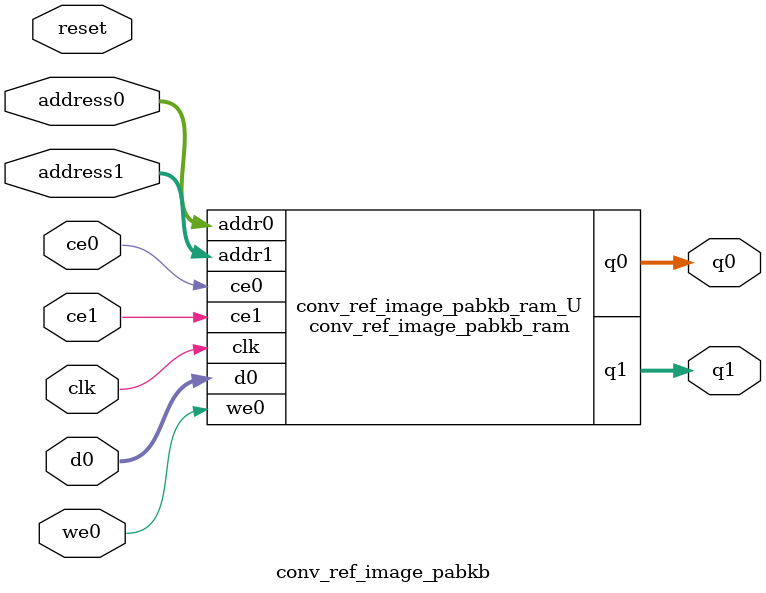
<source format=v>
`timescale 1 ns / 1 ps
module conv_ref_image_pabkb_ram (addr0, ce0, d0, we0, q0, addr1, ce1, q1,  clk);

parameter DWIDTH = 8;
parameter AWIDTH = 21;
parameter MEM_SIZE = 1236492;

input[AWIDTH-1:0] addr0;
input ce0;
input[DWIDTH-1:0] d0;
input we0;
output reg[DWIDTH-1:0] q0;
input[AWIDTH-1:0] addr1;
input ce1;
output reg[DWIDTH-1:0] q1;
input clk;

(* ram_style = "block" *)reg [DWIDTH-1:0] ram[0:MEM_SIZE-1];




always @(posedge clk)  
begin 
    if (ce0) 
    begin
        if (we0) 
        begin 
            ram[addr0] <= d0; 
        end 
        q0 <= ram[addr0];
    end
end


always @(posedge clk)  
begin 
    if (ce1) 
    begin
        q1 <= ram[addr1];
    end
end


endmodule

`timescale 1 ns / 1 ps
module conv_ref_image_pabkb(
    reset,
    clk,
    address0,
    ce0,
    we0,
    d0,
    q0,
    address1,
    ce1,
    q1);

parameter DataWidth = 32'd8;
parameter AddressRange = 32'd1236492;
parameter AddressWidth = 32'd21;
input reset;
input clk;
input[AddressWidth - 1:0] address0;
input ce0;
input we0;
input[DataWidth - 1:0] d0;
output[DataWidth - 1:0] q0;
input[AddressWidth - 1:0] address1;
input ce1;
output[DataWidth - 1:0] q1;



conv_ref_image_pabkb_ram conv_ref_image_pabkb_ram_U(
    .clk( clk ),
    .addr0( address0 ),
    .ce0( ce0 ),
    .we0( we0 ),
    .d0( d0 ),
    .q0( q0 ),
    .addr1( address1 ),
    .ce1( ce1 ),
    .q1( q1 ));

endmodule


</source>
